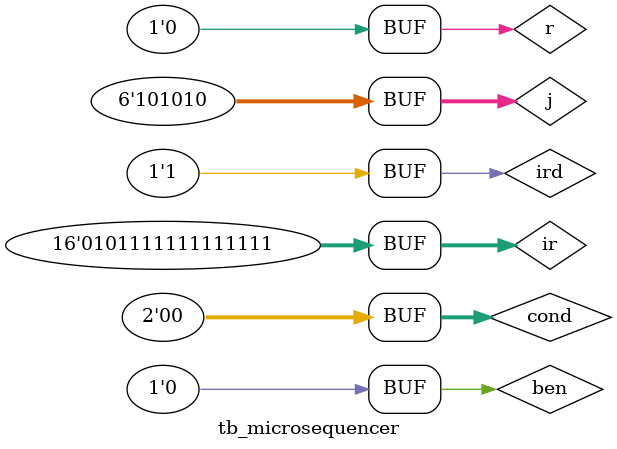
<source format=v>
`timescale 1ns / 1ps


module tb_microsequencer;
//    input [5:0] j,
//    input [1:0] cond,
//    input ird,
//    input r,
//    input [15:0] ir,
//    input ben,
//    output [5:0] next_state

    reg [5:0] j;
    reg [1:0] cond;
    reg ird;
    reg r;
    reg [15:0] ir;
    reg ben;
    
    wire [5:0] next_state;
    
    microsequencer uut (
        .j(j),
        .cond(cond),
        .ird(ird),
        .r(r),
        .ir(ir),
        .ben(ben),
        .next_state(next_state)
    );
    
    initial begin
        $display("microsequencer Testbench");
        
        j = 0;
        cond = 0;
        ird = 0;
        r = 0;
        ir = 0;
        ben = 0;
        
        #50
        
        j = 0;
        cond = 0;
        ird = 0;
        r = 0;
        ir = 0;
        ben = 0;
        #50
        if (next_state != 0) $display("Test 0 FAIL");
        
        j = 'b111111;
        cond = 0;
        ird = 0;
        r = 0;
        ir = 0;
        ben = 0;
        #50
        if (next_state != 'b111111) $display("Test 1 FAIL");
        
        j = 'b101010;
        cond = 0;
        ird = 1;
        r = 0;
        ir = 'b0101111111111111;
        ben = 0;
        #50
        if (next_state != 'b000101) $display("Test 2 FAIL");
        
        end

endmodule

</source>
